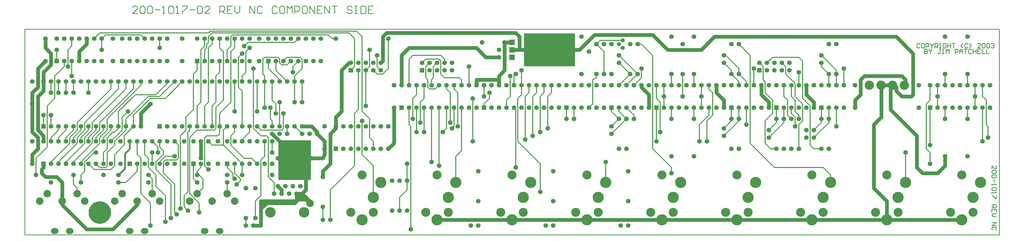
<source format=gtl>
*%FSLAX23Y23*%
*%MOIN*%
G01*
%ADD11C,0.006*%
%ADD12C,0.007*%
%ADD13C,0.008*%
%ADD14C,0.010*%
%ADD15C,0.012*%
%ADD16C,0.020*%
%ADD17C,0.024*%
%ADD18C,0.032*%
%ADD19C,0.036*%
%ADD20C,0.040*%
%ADD21C,0.050*%
%ADD22C,0.052*%
%ADD23C,0.055*%
%ADD24C,0.056*%
%ADD25C,0.059*%
%ADD26C,0.060*%
%ADD27C,0.062*%
%ADD28C,0.066*%
%ADD29C,0.070*%
%ADD30C,0.082*%
%ADD31C,0.090*%
%ADD32C,0.095*%
%ADD33O,0.100X0.080*%
%ADD34C,0.100*%
%ADD35O,0.104X0.084*%
%ADD36C,0.104*%
%ADD37C,0.115*%
%ADD38C,0.120*%
%ADD39C,0.124*%
%ADD40C,0.125*%
%ADD41C,0.128*%
%ADD42C,0.129*%
%ADD43C,0.140*%
%ADD44C,0.144*%
%ADD45C,0.148*%
%ADD46C,0.150*%
%ADD47C,0.154*%
%ADD48C,0.250*%
%ADD49C,0.250*%
%ADD50R,0.062X0.062*%
%ADD51R,0.066X0.066*%
%ADD52R,0.075X0.075*%
%ADD53R,0.079X0.079*%
%ADD54R,0.250X0.250*%
D14*
X15580Y8888D02*
X15590Y8878D01*
X15580Y8888D02*
X15560D01*
X15550Y8878D01*
Y8838D01*
X15560Y8828D01*
X15580D01*
X15590Y8838D01*
X15620Y8888D02*
X15640D01*
X15620D02*
X15610Y8878D01*
Y8838D01*
X15620Y8828D01*
X15640D01*
X15650Y8838D01*
Y8878D01*
X15640Y8888D01*
X15670D02*
Y8828D01*
Y8888D02*
X15700D01*
X15710Y8878D01*
Y8858D01*
X15700Y8848D01*
X15670D01*
X15730Y8878D02*
Y8888D01*
Y8878D02*
X15750Y8858D01*
X15770Y8878D01*
Y8888D01*
X15750Y8858D02*
Y8828D01*
X15790D02*
Y8888D01*
X15820D01*
X15830Y8878D01*
Y8858D01*
X15820Y8848D01*
X15790D01*
X15810D02*
X15830Y8828D01*
X15850Y8888D02*
X15870D01*
X15860D01*
Y8828D01*
X15850D01*
X15870D01*
X15930Y8888D02*
X15940Y8878D01*
X15930Y8888D02*
X15910D01*
X15900Y8878D01*
Y8838D01*
X15910Y8828D01*
X15930D01*
X15940Y8838D01*
Y8858D01*
X15920D01*
X15960Y8888D02*
Y8828D01*
Y8858D01*
X16000D01*
Y8888D01*
Y8828D01*
X16020Y8888D02*
X16060D01*
X16040D01*
Y8828D01*
X16140Y8848D02*
X16160Y8828D01*
X16140Y8848D02*
Y8868D01*
X16160Y8888D01*
X16220D02*
X16230Y8878D01*
X16220Y8888D02*
X16200D01*
X16190Y8878D01*
Y8838D01*
X16200Y8828D01*
X16220D01*
X16230Y8838D01*
X16250Y8828D02*
X16270Y8848D01*
Y8868D01*
X16250Y8888D01*
X16360Y8828D02*
X16400D01*
X16360D02*
X16400Y8868D01*
Y8878D01*
X16390Y8888D01*
X16370D01*
X16360Y8878D01*
X16420D02*
X16430Y8888D01*
X16450D01*
X16460Y8878D01*
Y8838D01*
X16450Y8828D01*
X16430D01*
X16420Y8838D01*
Y8878D01*
X16480D02*
X16490Y8888D01*
X16510D01*
X16520Y8878D01*
Y8838D01*
X16510Y8828D01*
X16490D01*
X16480Y8838D01*
Y8878D01*
X16540D02*
X16550Y8888D01*
X16570D01*
X16580Y8878D01*
Y8868D01*
X16581D01*
X16580D02*
X16581D01*
X16580D02*
X16581D01*
X16580D02*
X16570Y8858D01*
X16560D01*
X16570D01*
X16580Y8848D01*
Y8838D01*
X16570Y8828D01*
X16550D01*
X16540Y8838D01*
X16550Y7253D02*
Y7213D01*
Y7253D02*
X16590Y7213D01*
X16600D01*
X16610Y7223D01*
Y7243D01*
X16600Y7253D01*
Y7193D02*
X16610Y7183D01*
Y7163D01*
X16600Y7153D01*
X16560D01*
X16550Y7163D01*
Y7183D01*
X16560Y7193D01*
X16600D01*
Y7133D02*
X16610Y7123D01*
Y7103D01*
X16600Y7093D01*
X16560D01*
X16550Y7103D01*
Y7123D01*
X16560Y7133D01*
X16600D01*
X16580Y7073D02*
Y7033D01*
X16550Y7013D02*
Y6993D01*
Y7003D01*
X16610D01*
X16611D01*
X16610D02*
X16600Y7013D01*
Y6963D02*
X16610Y6953D01*
Y6933D01*
X16600Y6923D01*
X16560D01*
X16550Y6933D01*
Y6953D01*
X16560Y6963D01*
X16600D01*
X16550Y6903D02*
Y6883D01*
Y6893D01*
X16610D01*
X16611D01*
X16610D02*
X16600Y6903D01*
X16610Y6853D02*
Y6813D01*
X16600D01*
X16560Y6853D01*
X16550D01*
Y6733D02*
X16610D01*
Y6703D01*
X16600Y6693D01*
X16580D01*
X16570Y6703D01*
Y6733D01*
Y6713D02*
X16550Y6693D01*
X16610Y6673D02*
Y6633D01*
Y6673D02*
X16550D01*
Y6633D01*
X16580Y6653D02*
Y6673D01*
X16570Y6613D02*
X16610D01*
X16570D02*
X16550Y6593D01*
X16570Y6573D01*
X16610D01*
Y6493D02*
X16550D01*
Y6453D02*
X16610Y6493D01*
Y6453D02*
X16550D01*
X16600Y6393D02*
X16610Y6403D01*
Y6423D01*
X16600Y6433D01*
X16560D01*
X16550Y6423D01*
Y6403D01*
X16560Y6393D01*
X5152Y9288D02*
X5085D01*
X5152Y9355D01*
Y9371D01*
X5135Y9388D01*
X5102D01*
X5085Y9371D01*
X5185D02*
X5202Y9388D01*
X5235D01*
X5252Y9371D01*
Y9305D01*
X5235Y9288D01*
X5202D01*
X5185Y9305D01*
Y9371D01*
X5285D02*
X5302Y9388D01*
X5335D01*
X5352Y9371D01*
Y9305D01*
X5335Y9288D01*
X5302D01*
X5285Y9305D01*
Y9371D01*
X5385Y9338D02*
X5452D01*
X5485Y9288D02*
X5518D01*
X5502D01*
Y9388D01*
X5503D01*
X5502D02*
X5485Y9371D01*
X5568D02*
X5585Y9388D01*
X5618D01*
X5635Y9371D01*
Y9305D01*
X5618Y9288D01*
X5585D01*
X5568Y9305D01*
Y9371D01*
X5668Y9288D02*
X5701D01*
X5685D01*
Y9388D01*
X5686D01*
X5685D02*
X5668Y9371D01*
X5751Y9388D02*
X5818D01*
Y9371D01*
X5751Y9305D01*
Y9288D01*
X5851Y9338D02*
X5918D01*
X5951Y9371D02*
X5968Y9388D01*
X6001D01*
X6018Y9371D01*
Y9305D01*
X6001Y9288D01*
X5968D01*
X5951Y9305D01*
Y9371D01*
X6051Y9288D02*
X6118D01*
X6051D02*
X6118Y9355D01*
Y9371D01*
X6101Y9388D01*
X6068D01*
X6051Y9371D01*
X6251Y9388D02*
Y9288D01*
Y9388D02*
X6301D01*
X6318Y9371D01*
Y9338D01*
X6301Y9321D01*
X6251D01*
X6285D02*
X6318Y9288D01*
X6351Y9388D02*
X6418D01*
X6351D02*
Y9288D01*
X6418D01*
X6385Y9338D02*
X6351D01*
X6451Y9321D02*
Y9388D01*
Y9321D02*
X6485Y9288D01*
X6518Y9321D01*
Y9388D01*
X6651D02*
Y9288D01*
X6718D02*
X6651Y9388D01*
X6718D02*
Y9288D01*
X6818Y9371D02*
X6801Y9388D01*
X6768D01*
X6751Y9371D01*
Y9305D01*
X6768Y9288D01*
X6801D01*
X6818Y9305D01*
X7001Y9388D02*
X7018Y9371D01*
X7001Y9388D02*
X6968D01*
X6951Y9371D01*
Y9305D01*
X6968Y9288D01*
X7001D01*
X7018Y9305D01*
X7068Y9388D02*
X7101D01*
X7068D02*
X7051Y9371D01*
Y9305D01*
X7068Y9288D01*
X7101D01*
X7118Y9305D01*
Y9371D01*
X7101Y9388D01*
X7151D02*
Y9288D01*
X7184Y9355D02*
X7151Y9388D01*
X7184Y9355D02*
X7218Y9388D01*
Y9288D01*
X7251D02*
Y9388D01*
X7301D01*
X7318Y9371D01*
Y9338D01*
X7301Y9321D01*
X7251D01*
X7368Y9388D02*
X7401D01*
X7368D02*
X7351Y9371D01*
Y9305D01*
X7368Y9288D01*
X7401D01*
X7418Y9305D01*
Y9371D01*
X7401Y9388D01*
X7451D02*
Y9288D01*
X7518D02*
X7451Y9388D01*
X7518D02*
Y9288D01*
X7551Y9388D02*
X7618D01*
X7551D02*
Y9288D01*
X7618D01*
X7584Y9338D02*
X7551D01*
X7651Y9288D02*
Y9388D01*
X7717Y9288D01*
Y9388D01*
X7751D02*
X7817D01*
X7784D01*
Y9288D01*
X8001Y9388D02*
X8017Y9371D01*
X8001Y9388D02*
X7967D01*
X7951Y9371D01*
Y9355D01*
X7967Y9338D01*
X8001D01*
X8017Y9321D01*
Y9305D01*
X8001Y9288D01*
X7967D01*
X7951Y9305D01*
X8051Y9388D02*
X8084D01*
X8067D01*
Y9288D01*
X8051D01*
X8084D01*
X8134D02*
Y9388D01*
Y9288D02*
X8184D01*
X8201Y9305D01*
Y9371D01*
X8184Y9388D01*
X8134D01*
X8234D02*
X8301D01*
X8234D02*
Y9288D01*
X8301D01*
X8267Y9338D02*
X8234D01*
X15650Y8813D02*
Y8753D01*
X15680D01*
X15690Y8763D01*
Y8773D01*
X15680Y8783D01*
X15650D01*
X15651D01*
X15650D02*
X15651D01*
X15650D02*
X15651D01*
X15650D02*
X15680D01*
X15690Y8793D01*
Y8803D01*
X15680Y8813D01*
X15650D01*
X15710D02*
Y8803D01*
X15730Y8783D01*
X15750Y8803D01*
Y8813D01*
X15730Y8783D02*
Y8753D01*
X15850Y8813D02*
X15870D01*
X15860D02*
X15850D01*
X15860D02*
Y8763D01*
X15850Y8753D01*
X15840D01*
X15830Y8763D01*
X15890Y8813D02*
X15910D01*
X15900D01*
Y8753D01*
X15890D01*
X15910D01*
X15940D02*
Y8813D01*
X15960Y8793D01*
X15980Y8813D01*
Y8753D01*
X16060D02*
Y8813D01*
X16090D01*
X16100Y8803D01*
Y8783D01*
X16090Y8773D01*
X16060D01*
X16120Y8753D02*
Y8793D01*
X16140Y8813D01*
X16160Y8793D01*
Y8753D01*
Y8783D01*
X16120D01*
X16180Y8813D02*
X16220D01*
X16200D01*
Y8753D01*
X16270Y8813D02*
X16280Y8803D01*
X16270Y8813D02*
X16250D01*
X16240Y8803D01*
Y8763D01*
X16250Y8753D01*
X16270D01*
X16280Y8763D01*
X16300Y8753D02*
Y8813D01*
Y8783D02*
Y8753D01*
Y8783D02*
X16340D01*
Y8813D01*
Y8753D01*
X16360Y8813D02*
X16400D01*
X16360D02*
Y8753D01*
X16400D01*
X16380Y8783D02*
X16360D01*
X16420Y8813D02*
Y8753D01*
X16460D01*
X16480D02*
Y8813D01*
Y8753D02*
X16520D01*
X16650Y9078D02*
X3650D01*
Y6328D02*
X16650D01*
X3650D02*
Y9078D01*
X16650D02*
Y6328D01*
D15*
X4950Y7728D02*
X4800Y7578D01*
X4850D02*
X5000Y7728D01*
Y7878D02*
X5300Y8178D01*
X5100Y7778D02*
X4975Y7653D01*
X4900Y7978D02*
X5125Y8203D01*
X5200Y8328D02*
X4750Y7878D01*
X5100Y7928D02*
X5325Y8153D01*
X3950Y7503D02*
X3800Y7353D01*
X4450Y7303D02*
X4575Y7428D01*
X5000Y7028D02*
X5150Y7178D01*
X7725Y6928D02*
X8050Y7253D01*
X6400Y8103D02*
X6250Y7953D01*
X4650Y7553D02*
X4400Y7303D01*
X4350Y7828D02*
X4800Y8278D01*
X4250Y7553D02*
X4000Y7303D01*
X5525Y8153D02*
X5750Y8378D01*
X4975Y7528D02*
X4850Y7403D01*
X4650Y7828D02*
X5100Y8278D01*
X4550Y7553D02*
X4300Y7303D01*
X4450Y7828D02*
X4900Y8278D01*
X4350Y7553D02*
X4100Y7303D01*
X5400Y8203D02*
X5550Y8353D01*
X5650Y8378D02*
X5450Y8178D01*
X5000Y8278D02*
X4550Y7828D01*
X4450Y7553D02*
X4200Y7303D01*
X4050Y8453D02*
X4175Y8578D01*
X11475Y7678D02*
X11675Y7878D01*
X12975Y7653D02*
X13175Y7853D01*
X12775Y7928D02*
X12650Y7803D01*
X13575Y7628D02*
X13775Y7828D01*
X14175Y7628D02*
X14375Y7828D01*
X8300Y7253D02*
X8150Y7403D01*
X5975Y6753D02*
X5850Y6878D01*
X7150Y8378D02*
X7000Y8528D01*
X5600Y7003D02*
X5400Y7203D01*
Y6978D02*
X5525Y6853D01*
X7050Y8403D02*
X6900Y8553D01*
X6300Y7528D02*
X6550Y7278D01*
X5325Y6753D02*
X5200Y6878D01*
X5500Y7153D02*
X5650Y7003D01*
X10225Y7578D02*
X10525Y7278D01*
X11825Y8478D02*
X11575Y8728D01*
Y8628D02*
X11725Y8478D01*
X13800D02*
X13925Y8353D01*
X13325Y7553D02*
X13650Y7228D01*
X13325Y8728D02*
X13175Y8878D01*
X13000Y8728D02*
X13175Y8553D01*
X14275Y8728D02*
X14475Y8528D01*
X6575Y7353D02*
X6400Y7528D01*
X12025Y7478D02*
X12275Y7228D01*
X12025Y8728D02*
X11875Y8878D01*
X3800Y7353D02*
Y7128D01*
X3900Y7778D02*
Y7928D01*
X3950Y8053D02*
Y7503D01*
X4000Y7303D02*
Y7278D01*
Y7578D02*
Y7628D01*
Y7778D02*
Y7928D01*
Y8228D02*
Y8378D01*
X4050Y8153D02*
X3950Y8053D01*
X4100Y7728D02*
X4000Y7628D01*
X4100D02*
Y7578D01*
Y7728D02*
Y7778D01*
Y7303D02*
Y7278D01*
Y8228D02*
Y8378D01*
X4050Y8453D02*
Y8153D01*
X4075Y8653D02*
Y8803D01*
X4200Y7778D02*
Y7728D01*
Y7303D02*
Y7278D01*
Y8228D02*
Y8378D01*
Y7628D02*
Y7578D01*
X4175Y8578D02*
Y8653D01*
X4200Y7728D02*
X4100Y7628D01*
X4200D02*
X4300Y7728D01*
X4900Y7028D02*
X5000D01*
X4350Y7728D02*
Y7828D01*
X4250Y7628D02*
Y7553D01*
X4300Y7303D02*
Y7278D01*
X4350Y7553D02*
Y7628D01*
X4300Y7728D02*
Y7778D01*
Y7628D02*
Y7578D01*
Y8228D02*
Y8378D01*
X4275Y8453D02*
Y8653D01*
X4225Y8578D02*
Y8803D01*
X4275Y8853D02*
Y8953D01*
X4400Y7128D02*
Y7028D01*
Y7278D02*
Y7303D01*
Y7578D02*
Y7628D01*
Y7728D02*
Y7778D01*
X4350Y6953D02*
Y6878D01*
X4300Y7003D02*
Y7128D01*
X4250Y7628D02*
X4350Y7728D01*
Y7628D02*
X4450Y7728D01*
X4400D02*
X4300Y7628D01*
X4225Y8803D02*
X4275Y8853D01*
X4450Y7178D02*
X4400Y7128D01*
Y7628D02*
X4500Y7728D01*
X4300Y7003D02*
X4350Y6953D01*
X4575Y7203D02*
X4800D01*
X4725Y7228D02*
X4650D01*
X5950Y7128D02*
X5975D01*
X13650Y7228D02*
X14300D01*
X4450Y7178D02*
Y7303D01*
X4550Y7553D02*
Y7628D01*
X4450Y7728D02*
Y7828D01*
X4550D02*
Y7728D01*
X4450Y7628D02*
Y7553D01*
X4500Y7578D02*
Y7628D01*
Y7728D02*
Y7778D01*
Y8228D02*
Y8378D01*
X4600Y7628D02*
Y7578D01*
Y7728D02*
Y7778D01*
X4650Y7728D02*
X4550Y7628D01*
X4450D02*
X4550Y7728D01*
X4600D02*
X4500Y7628D01*
X4575Y8953D02*
X4650Y9028D01*
X4700Y7728D02*
X4600Y7628D01*
X4500Y7278D02*
X4575Y7203D01*
X4600Y7278D02*
X4650Y7228D01*
X5550Y7378D02*
X5650D01*
X14175Y7478D02*
X14275D01*
X13675D02*
X13600D01*
X4600Y7428D02*
X4575D01*
X5525Y7328D02*
X5675D01*
X5550Y7378D02*
X5525D01*
X6575Y7353D02*
X6675D01*
X4750Y7728D02*
Y7878D01*
X4650Y7628D02*
Y7553D01*
X4700Y7728D02*
Y7778D01*
X4650Y7728D02*
Y7828D01*
X4700Y7428D02*
Y7278D01*
X4750Y7478D02*
Y7628D01*
Y7428D02*
Y7253D01*
X4700Y7578D02*
Y7628D01*
X4675Y8803D02*
Y8953D01*
X4800Y8378D02*
Y8278D01*
Y7778D02*
Y7728D01*
X4750D02*
X4650Y7628D01*
X4750Y7478D02*
X4700Y7428D01*
X4750Y7628D02*
X4825Y7703D01*
X4850Y7528D02*
X4750Y7428D01*
Y7253D02*
X4725Y7228D01*
X4700Y7628D02*
X4800Y7728D01*
X4675Y8953D02*
X4725Y9003D01*
X4850Y7253D02*
X4800Y7203D01*
X6150Y7528D02*
X6300D01*
X6225Y7653D02*
X6075D01*
X6800D02*
X6875D01*
X4950Y7728D02*
Y7903D01*
X4900Y7778D02*
Y7753D01*
X4850Y7578D02*
Y7528D01*
X4975D02*
Y7653D01*
X4900Y7778D02*
Y7978D01*
X4850Y7403D02*
Y7253D01*
X4900Y8278D02*
Y8378D01*
X5025Y7978D02*
X4950Y7903D01*
X4900Y7753D02*
X4850Y7703D01*
X4825D01*
X5950Y7728D02*
X6175D01*
X6800D02*
X7075D01*
X5000D02*
Y7778D01*
Y7878D01*
X5100Y7928D02*
Y7778D01*
Y8278D02*
Y8378D01*
X5000D02*
Y8278D01*
X5150Y7278D02*
Y7178D01*
Y7403D02*
Y7578D01*
Y7403D02*
X5200Y7353D01*
Y8328D02*
Y8378D01*
X5250Y7578D02*
Y7403D01*
X5300Y7353D02*
Y7228D01*
X5325Y6753D02*
Y6453D01*
X5200Y6878D02*
Y7353D01*
X5350Y7278D02*
Y7428D01*
Y7078D02*
Y6878D01*
X5400Y7128D02*
X5300Y7228D01*
Y7353D02*
X5250Y7403D01*
X5300Y7128D02*
X5350Y7078D01*
X5250Y8953D02*
X5200Y9003D01*
X5350Y7578D02*
X5425Y7503D01*
X5450Y8178D02*
X5300D01*
X5325Y8203D02*
X5125D01*
X5325Y8153D02*
X5525D01*
X5400Y8203D02*
X5325D01*
X5450Y7578D02*
Y7503D01*
X5400Y7303D02*
Y7203D01*
X5500Y7403D02*
Y7453D01*
X5425Y7428D02*
Y7503D01*
X5400Y7128D02*
Y6978D01*
X5525Y6853D02*
Y6503D01*
X5500Y7153D02*
Y7303D01*
X5450D02*
Y7278D01*
Y8828D02*
Y8953D01*
X5550Y8378D02*
Y8353D01*
X5500Y7403D02*
X5400Y7303D01*
X5500D02*
X5525Y7328D01*
Y7378D02*
X5450Y7303D01*
X5500Y7453D02*
X5450Y7503D01*
X9050Y8278D02*
X9125D01*
X9250Y8428D02*
X9450D01*
X5775Y6853D02*
Y6828D01*
Y6703D01*
X5725Y6678D02*
Y7653D01*
X5700Y7528D02*
Y7353D01*
X5600Y7003D02*
Y6553D01*
X5650Y6628D02*
Y7003D01*
X5775Y6853D02*
X5825Y6903D01*
X5725Y7653D02*
X5800Y7728D01*
X5700Y7353D02*
X5675Y7328D01*
X5775Y6703D02*
X5825Y6653D01*
X5700Y7528D02*
X5650Y7578D01*
Y6628D02*
X5675Y6603D01*
X7075Y8603D02*
X7150D01*
X8350Y8478D02*
X8425D01*
X5850Y7628D02*
Y6878D01*
X5825Y6903D02*
Y7703D01*
X5850Y7728D02*
Y7778D01*
X5800Y7728D02*
Y7903D01*
X5900Y7278D02*
Y7078D01*
Y8003D02*
Y8478D01*
X5950Y8053D02*
Y7778D01*
Y7178D02*
Y7128D01*
Y8528D02*
Y8653D01*
X5975Y6753D02*
Y6628D01*
X5850Y7628D02*
X5950Y7728D01*
X5850D02*
X5825Y7703D01*
X5900Y8478D02*
X5950Y8528D01*
X5900Y8003D02*
X5800Y7903D01*
X5950Y8053D02*
X6000Y8103D01*
X6025Y6953D02*
X5950Y6878D01*
Y7178D02*
X6000Y7228D01*
X5900Y7078D02*
X5950Y7028D01*
X6025Y7078D02*
X5975Y7128D01*
X13625Y8703D02*
X13975D01*
X7325D02*
X7150D01*
X7025D02*
X6850D01*
X12975Y8728D02*
X13000D01*
X9200D02*
X8825D01*
X9000Y8678D02*
X9175D01*
X6050Y7628D02*
Y7253D01*
X6100Y8903D02*
Y8978D01*
X6000Y8803D02*
Y8103D01*
X6050Y8853D02*
Y8953D01*
Y8053D02*
Y7778D01*
X6100Y8103D02*
Y8828D01*
X6075D02*
Y8878D01*
X6050Y8803D02*
Y8653D01*
X6025Y7078D02*
Y6953D01*
X6000Y7228D02*
Y7278D01*
X6150Y7778D02*
Y8053D01*
Y8878D02*
Y8953D01*
X6075Y7653D02*
X6050Y7628D01*
X6100Y9028D02*
X6125Y9053D01*
X6150Y9028D02*
X6100Y8978D01*
X6050Y8853D02*
X6000Y8803D01*
X6100Y8103D02*
X6050Y8053D01*
X6100Y8828D02*
X6150Y8878D01*
X6075Y8828D02*
X6050Y8803D01*
X6075Y8878D02*
X6100Y8903D01*
X6200Y8103D02*
X6150Y8053D01*
X6100Y7578D02*
X6150Y7528D01*
X6050Y7253D02*
X6100Y7203D01*
Y9028D02*
X4650D01*
X6150D02*
X7975D01*
X7700Y9003D02*
X6425D01*
X6625Y8903D02*
X7250D01*
X7750Y8953D02*
X7800D01*
X5200Y9003D02*
X4725D01*
X11325Y8928D02*
X11625D01*
X11825Y8878D02*
X11875D01*
X6250Y7778D02*
Y7678D01*
X6200Y7753D02*
Y8028D01*
X6300Y8128D02*
Y8778D01*
X6250Y7953D02*
Y7778D01*
X6200Y8103D02*
Y8453D01*
X6250Y8503D02*
Y8653D01*
Y8828D02*
Y8953D01*
X6300Y7728D02*
Y7528D01*
X6350Y7278D02*
Y7228D01*
Y8653D02*
Y8803D01*
Y7028D02*
Y6878D01*
X6225Y7653D02*
X6250Y7678D01*
X6175Y7728D02*
X6200Y7753D01*
Y8028D02*
X6300Y8128D01*
X6275Y7978D02*
X6250Y7953D01*
X6200Y8453D02*
X6250Y8503D01*
X6350Y7778D02*
X6300Y7728D01*
X6350Y8803D02*
X6400Y8853D01*
X6300Y8778D02*
X6250Y8828D01*
X6350Y7228D02*
X6425Y7153D01*
X6125Y9053D02*
X8075D01*
X6400Y8978D02*
Y8853D01*
X6500Y8703D02*
Y8303D01*
X6450Y8828D02*
Y8953D01*
X6425Y7153D02*
Y7103D01*
X6450Y7153D02*
Y7278D01*
X6400Y8103D02*
Y8778D01*
Y7653D02*
Y7528D01*
X6450Y7703D02*
Y7778D01*
Y7978D02*
Y8378D01*
X6550Y8253D02*
Y7778D01*
X6525Y7078D02*
Y7053D01*
X6550Y7128D02*
Y7278D01*
Y7578D02*
Y7603D01*
Y8378D02*
Y8453D01*
X6400Y8978D02*
X6425Y9003D01*
X6550Y8753D02*
X6500Y8703D01*
X6525Y7053D02*
X6475Y7003D01*
X6400Y8778D02*
X6450Y8828D01*
Y7703D02*
X6400Y7653D01*
X6550Y7603D02*
X6650Y7703D01*
X6550Y8453D02*
X6600Y8503D01*
X6500Y8303D02*
X6550Y8253D01*
X6425Y7103D02*
X6450Y7078D01*
X6500Y7103D02*
X6450Y7153D01*
X6500Y7103D02*
X6525Y7078D01*
X6600Y8503D02*
Y8778D01*
Y6553D02*
Y6453D01*
X6650Y7703D02*
Y7778D01*
X6750Y7978D02*
Y8378D01*
X6725Y6778D02*
Y6553D01*
X6700Y7753D02*
Y8553D01*
X6575Y8853D02*
X6625Y8903D01*
X6650Y8828D02*
X6600Y8778D01*
X6800Y6853D02*
X6725Y6778D01*
X6800Y7728D02*
X6750Y7778D01*
X6675Y7353D02*
X6750Y7278D01*
X6800Y7653D02*
X6700Y7753D01*
X6850Y8378D02*
Y8453D01*
X6825Y8478D02*
Y8503D01*
Y8678D01*
X6900Y8653D02*
Y8553D01*
X6850Y8378D02*
Y8028D01*
X6950Y7578D02*
Y7428D01*
Y8128D02*
Y8378D01*
Y7853D02*
Y7778D01*
X6925Y7878D02*
Y8028D01*
X6900Y7628D02*
Y7303D01*
X6850Y7378D02*
Y7578D01*
X6800Y7328D02*
Y6853D01*
X6900Y7103D02*
Y7303D01*
X6825Y8678D02*
X6850Y8703D01*
Y7378D02*
X6800Y7328D01*
X6850Y8453D02*
X6825Y8478D01*
X6950Y8128D02*
X7000Y8078D01*
X6925Y7878D02*
X6950Y7853D01*
X6875Y7653D02*
X6900Y7628D01*
Y7103D02*
X6975Y7028D01*
X7000Y8528D02*
Y8653D01*
X7050Y8103D02*
Y7778D01*
Y8628D02*
Y8678D01*
Y8403D02*
Y8378D01*
X7100Y7878D02*
Y7753D01*
X7000Y7953D02*
Y8078D01*
X7100Y7953D02*
Y7878D01*
X7150Y7778D02*
Y7678D01*
X6975Y7028D02*
Y6878D01*
X7100Y8653D02*
X7150Y8703D01*
X7100Y7753D02*
X7075Y7728D01*
X7150Y8603D02*
X7200Y8653D01*
X7050Y8678D02*
X7025Y8703D01*
X7050Y8628D02*
X7075Y8603D01*
X7250Y8453D02*
Y8378D01*
X7225Y8503D02*
Y8578D01*
X7250Y8378D02*
Y8103D01*
Y8903D02*
X7300Y8953D01*
X7350Y8553D02*
X7250Y8453D01*
X7225Y8578D02*
X7300Y8653D01*
X7250Y7778D02*
X7350Y7678D01*
Y8678D02*
X7325Y8703D01*
X7350Y8678D02*
Y8553D01*
Y8378D02*
Y8103D01*
X7625Y6703D02*
Y6528D01*
X7725D02*
Y6928D01*
X7750Y8953D02*
X7700Y9003D01*
X8050Y7953D02*
Y7253D01*
Y8578D02*
Y8953D01*
X8100Y8528D02*
Y8003D01*
X8050Y7953D01*
X8000Y8528D02*
X8050Y8578D01*
X8150Y8978D02*
X8075Y9053D01*
X7975Y9028D02*
X8050Y8953D01*
X8300Y7253D02*
Y6828D01*
X8250Y7628D02*
Y7878D01*
X8150Y7978D02*
Y8978D01*
X8200Y8528D02*
Y8053D01*
X8250Y8578D02*
Y8803D01*
X8150Y7853D02*
Y7403D01*
X8300Y7478D02*
Y7578D01*
X8200Y8528D02*
X8250Y8578D01*
Y7628D02*
X8300Y7578D01*
X8250Y7878D02*
X8150Y7978D01*
X8350Y8478D02*
X8300Y8528D01*
X8350Y8578D02*
Y8653D01*
Y8728D01*
X8500Y8553D02*
Y8953D01*
Y8553D02*
X8425Y8478D01*
X8400Y8528D02*
X8350Y8578D01*
X8650Y6828D02*
Y6653D01*
Y6828D02*
X8750Y6928D01*
X8775Y7803D02*
Y8028D01*
X8800Y7778D02*
Y6403D01*
X8750Y6928D02*
Y7053D01*
Y7278D01*
X8875Y8203D02*
Y8328D01*
Y8028D02*
Y7703D01*
X8825Y7878D02*
Y8153D01*
X8775Y8328D02*
Y8678D01*
X8875Y8203D02*
X8825Y8153D01*
X8775Y8678D02*
X8825Y8728D01*
X8775Y7803D02*
X8800Y7778D01*
X8975Y7703D02*
Y8028D01*
Y8153D02*
Y8328D01*
X9075Y8028D02*
Y7303D01*
X9100Y8428D02*
Y8553D01*
Y8578D01*
X9075Y8403D02*
Y8328D01*
X9025Y8303D02*
Y8403D01*
X9000Y8428D02*
Y8578D01*
X8925Y8103D02*
Y7828D01*
Y8103D02*
X8975Y8153D01*
X9075Y8403D02*
X9100Y8428D01*
Y8578D02*
X9150Y8628D01*
X9050D02*
X9000Y8578D01*
X8950Y8628D02*
X9000Y8678D01*
X9025Y8303D02*
X9050Y8278D01*
X9025Y8403D02*
X9000Y8428D01*
X9275Y8328D02*
Y8278D01*
Y8028D02*
Y7753D01*
X9175Y8028D02*
Y7253D01*
X9250Y8628D02*
Y8678D01*
X9200Y8653D02*
Y8478D01*
X9275Y7753D02*
X9225Y7703D01*
X9125Y8278D02*
X9175Y8328D01*
X9275Y8278D02*
X9325Y8228D01*
X9250Y8678D02*
X9200Y8728D01*
Y8478D02*
X9250Y8428D01*
X9200Y8653D02*
X9175Y8678D01*
X9400Y7378D02*
Y7028D01*
X9475Y7453D02*
Y8028D01*
X9375Y8278D02*
Y8328D01*
X9325Y8228D02*
Y7828D01*
X9425Y7778D02*
Y8228D01*
X9375Y8028D02*
Y7778D01*
X9475Y8328D02*
Y8403D01*
Y7453D02*
X9400Y7378D01*
X9350Y7753D02*
X9375Y7778D01*
X9425Y8228D02*
X9375Y8278D01*
X9475Y8403D02*
X9450Y8428D01*
X9575Y8328D02*
Y8578D01*
X9625Y8153D02*
Y7578D01*
X9850Y8153D02*
Y8228D01*
X9775Y8078D02*
Y8028D01*
Y8178D02*
Y8328D01*
X9850Y8153D02*
X9775Y8078D01*
X10075Y8028D02*
Y8128D01*
X10125Y8178D01*
X10200Y8003D02*
Y7228D01*
X10225Y7578D02*
Y8153D01*
X10125Y8178D02*
Y8453D01*
X10175D02*
Y8328D01*
X10275D02*
Y8203D01*
Y8328D02*
Y8528D01*
Y8203D02*
X10225Y8153D01*
X10175Y8453D02*
X10200Y8478D01*
X10175Y8028D02*
X10200Y8003D01*
X10425Y8178D02*
Y7653D01*
X10475Y8228D02*
Y8328D01*
X10375D02*
Y8228D01*
X10325Y8178D02*
Y7603D01*
X10425Y8178D02*
X10475Y8228D01*
X10375D02*
X10325Y8178D01*
X10625D02*
Y7753D01*
X10575Y8228D02*
Y8328D01*
X10525Y8178D02*
Y7703D01*
Y7278D02*
Y6903D01*
X10625Y8178D02*
X10675Y8228D01*
X10575D02*
X10525Y8178D01*
X10675Y8228D02*
Y8328D01*
X10975Y8028D02*
Y7878D01*
X10875D02*
Y8028D01*
X11225Y8078D02*
Y8403D01*
Y8078D02*
X11175Y8028D01*
X11225Y8403D02*
X11275Y8428D01*
X11400Y7303D02*
Y7028D01*
X11375Y8478D02*
Y8778D01*
X11275Y8478D02*
Y8428D01*
Y8878D02*
X11325Y8928D01*
X11275Y8878D02*
X11375Y8778D01*
X11475Y8028D02*
Y7978D01*
X11575D02*
Y8028D01*
Y8328D02*
X11675Y8428D01*
X11575Y7878D02*
X11475Y7778D01*
X11575Y7878D02*
X11475Y7978D01*
X11575D02*
X11675Y7878D01*
X11775D02*
Y7928D01*
X11675Y8428D02*
X11725Y8478D01*
X11750Y8403D02*
X11825Y8478D01*
X11750Y8403D02*
X11675Y8328D01*
X11775D02*
X11875Y8428D01*
X11675Y8028D02*
X11775Y7928D01*
X11875Y8428D02*
Y8553D01*
X12025Y8728D02*
Y7478D01*
X12175Y8028D02*
Y8178D01*
X12075Y8028D02*
Y7578D01*
X12125Y7703D02*
Y8103D01*
X12075Y8153D02*
Y8328D01*
X12175D02*
Y8028D01*
X12125Y8103D02*
X12075Y8153D01*
X12275Y8028D02*
Y7878D01*
Y8328D02*
Y8478D01*
Y7228D02*
Y7153D01*
X12425Y8178D02*
Y8478D01*
X12575D02*
Y8328D01*
Y8028D02*
Y7878D01*
X12675Y8028D02*
Y8328D01*
Y8178D02*
Y8028D01*
X12775Y8278D02*
Y8328D01*
X12825Y8228D02*
Y7928D01*
X12775D02*
Y8028D01*
X12650Y7803D02*
Y7578D01*
X12750D02*
Y7853D01*
X12825Y7928D01*
Y8228D02*
X12775Y8278D01*
X13075Y7853D02*
X12975Y7753D01*
X13075Y8528D02*
X12975Y8628D01*
X13075Y8028D02*
Y7928D01*
X13175D02*
Y8028D01*
Y8328D02*
Y8378D01*
Y8478D02*
Y8553D01*
X13075Y8528D02*
Y8478D01*
Y7928D02*
Y7853D01*
X13175D02*
Y7928D01*
X13275Y8378D02*
X13175Y8478D01*
X13075D02*
X13175Y8378D01*
X13275Y8028D02*
Y7803D01*
X13375Y8328D02*
Y8553D01*
X13275Y8378D02*
Y8328D01*
X13325Y8728D02*
Y7553D01*
X13525D02*
Y7853D01*
Y8228D02*
Y8378D01*
X13500Y8403D02*
Y8578D01*
X13550Y8628D02*
X13625Y8703D01*
Y7953D02*
X13525Y7853D01*
X13575Y7728D02*
X13675Y7828D01*
X13500Y8578D02*
X13450Y8628D01*
X13525Y7553D02*
X13600Y7478D01*
X13625Y8128D02*
X13525Y8228D01*
Y8378D02*
X13500Y8403D01*
X13625Y8128D02*
Y7953D01*
X13800Y8478D02*
Y8553D01*
Y8578D01*
X13775Y8028D02*
Y7878D01*
X13675D02*
Y8028D01*
X13775Y8178D02*
Y8328D01*
Y7878D02*
Y7828D01*
X13675D02*
Y7878D01*
X13800Y8578D02*
X13750Y8628D01*
X13775Y8178D02*
X13825Y8128D01*
X13975Y7803D02*
Y7478D01*
X13825Y7928D02*
Y8128D01*
X13925Y8178D02*
Y8353D01*
X13875Y8328D02*
Y8178D01*
X13975Y8328D02*
Y8503D01*
X13925Y7903D02*
Y7778D01*
X13875Y7953D02*
Y8028D01*
X13975Y7928D02*
Y7878D01*
X13925Y7978D02*
Y8128D01*
X14025Y7853D02*
X13975Y7803D01*
X14025Y8653D02*
X13975Y8703D01*
X13925Y8178D02*
X14025Y8078D01*
X13825Y7928D02*
X13875Y7878D01*
X13925Y8128D02*
X13875Y8178D01*
Y7953D02*
X13925Y7903D01*
X13975Y7928D02*
X13925Y7978D01*
X14125Y8053D02*
Y7528D01*
X14025Y8153D02*
Y8653D01*
Y8078D02*
Y7853D01*
X14175Y7728D02*
X14275Y7828D01*
X14125Y7528D02*
X14175Y7478D01*
X14125Y8053D02*
X14025Y8153D01*
X14375Y8028D02*
Y7878D01*
X14275D02*
Y8028D01*
X14375Y8328D02*
Y8478D01*
X14275Y7878D02*
Y7828D01*
X14375D02*
Y7878D01*
X14275Y8578D02*
Y8628D01*
X14300Y7228D02*
X14400Y7128D01*
X14375Y8478D02*
X14275Y8578D01*
X14400Y7128D02*
Y7028D01*
X14475Y8328D02*
Y8478D01*
X14575Y8553D02*
Y8328D01*
X14475Y8028D02*
Y7778D01*
Y8478D02*
Y8528D01*
X15400Y7428D02*
Y7028D01*
X15725Y7528D02*
Y8028D01*
Y7428D02*
Y7278D01*
X15675Y7478D02*
Y8078D01*
X15725Y8128D02*
Y8328D01*
Y8128D02*
X15675Y8078D01*
Y7478D02*
X15725Y7428D01*
X15825Y8178D02*
Y8328D01*
Y8178D02*
Y8028D01*
X15925Y8328D02*
Y8478D01*
Y8028D02*
Y7878D01*
X16325Y8178D02*
Y8328D01*
Y8178D02*
Y8028D01*
X16225D02*
Y7878D01*
Y8328D02*
Y8478D01*
X16425Y8028D02*
Y7578D01*
X16500Y7628D02*
Y7778D01*
X16475Y7803D02*
Y8128D01*
X16425Y8178D02*
Y8328D01*
X16475Y7803D02*
X16500Y7778D01*
X16475Y8128D02*
X16425Y8178D01*
D17*
X4985Y7213D02*
X4900Y7128D01*
X4985Y7413D02*
X5050Y7478D01*
X4985Y7413D02*
Y7213D01*
X5050Y7478D02*
Y7578D01*
D21*
X8675Y8728D02*
X8775Y8828D01*
X15200Y8303D02*
X15225Y8328D01*
X15475Y8178D02*
X15500Y8203D01*
X12850Y8978D02*
X12675Y8803D01*
X11250Y9003D02*
X11050Y8803D01*
X10050Y8528D02*
X9975Y8453D01*
X3900Y7228D02*
X3875Y7203D01*
X7875Y8528D02*
X7975Y8628D01*
X7875Y7978D02*
X7800Y7903D01*
X4000Y8603D02*
X3900Y8503D01*
Y8253D02*
X3825Y8178D01*
X5200Y7953D02*
X5325Y8078D01*
X3825Y7478D02*
X3750Y7403D01*
X3825Y8553D02*
X3925Y8653D01*
X3825Y8303D02*
X3750Y8228D01*
X4375Y8778D02*
X4475Y8878D01*
X7625Y7178D02*
X7725Y7278D01*
Y7678D02*
X7775Y7728D01*
X7800Y7753D01*
X8500Y7478D02*
X8575Y7553D01*
X14975Y7803D02*
X15075Y7903D01*
X14775Y8178D02*
X14725Y8128D01*
X14775Y8178D02*
X14800Y8203D01*
Y8403D02*
X14850Y8453D01*
X15925Y7253D02*
X15825Y7153D01*
X8425Y8653D02*
X8400Y8628D01*
X8425Y8978D02*
X8475Y9028D01*
X7400Y6928D02*
X7350Y6878D01*
X7300Y6803D02*
X7250Y6753D01*
X6875D02*
X6800Y6678D01*
Y6728D02*
X6825Y6753D01*
X5150Y6728D02*
X4825Y6403D01*
X9675Y8828D02*
X9800Y8703D01*
X15200Y8003D02*
X15550Y7653D01*
X15275Y8303D02*
X15250Y8328D01*
X15275Y8253D02*
X15350Y8178D01*
X15500Y8753D02*
X15275Y8978D01*
X12225Y8803D02*
X12025Y9003D01*
X3900Y7128D02*
X3875Y7153D01*
X3900Y7128D02*
X3925Y7103D01*
X4000Y8753D02*
X3925Y8828D01*
X3825Y7728D02*
X3900Y7653D01*
X3825Y7628D02*
X3750Y7703D01*
X7475Y7778D02*
X7550Y7703D01*
Y7678D02*
X7650Y7578D01*
X7075Y7553D02*
X6950Y7678D01*
X12875Y8228D02*
X12975Y8128D01*
X13475Y8203D02*
X13575Y8103D01*
X14075Y8203D02*
X14175Y8103D01*
X14975Y6953D02*
X15150Y6778D01*
X15400Y8403D02*
X15350Y8453D01*
X15550Y7228D02*
X15625Y7153D01*
X10250Y8978D02*
X10200Y9028D01*
X7075Y6928D02*
X7025Y6978D01*
X7350Y6878D02*
X7450Y6778D01*
Y6753D02*
X7400Y6803D01*
X4150Y7028D02*
X4075Y7103D01*
X4150Y6728D02*
X4475Y6403D01*
X11875Y8303D02*
X11975Y8203D01*
X7650Y7403D02*
X7625Y7353D01*
X6800Y6453D02*
X6700D01*
X4825Y6403D02*
X4475D01*
X3750Y7278D02*
Y7403D01*
Y7703D02*
Y8078D01*
Y8228D01*
X15150Y6528D02*
X16150D01*
X15150D02*
X14150D01*
X13150D01*
X12150D01*
X11150D01*
X10150D01*
X9150D01*
X3900Y7228D02*
Y7278D01*
X3875Y7203D02*
Y7153D01*
X3900Y8378D02*
Y8503D01*
Y8378D02*
Y8253D01*
X3925Y8828D02*
Y8953D01*
X3900Y7653D02*
Y7578D01*
X3825Y7728D02*
Y8178D01*
Y7628D02*
Y7478D01*
Y8303D02*
Y8553D01*
X4000Y8603D02*
Y8753D01*
X7275Y6828D02*
X7375D01*
X7350Y6878D02*
X7275D01*
Y6853D02*
X7350D01*
X7300Y6803D02*
X7400D01*
X7250Y6753D02*
X6850D01*
X6800Y6778D02*
X7275D01*
X4150D02*
Y7028D01*
Y6778D02*
Y6728D01*
X4375Y8653D02*
Y8778D01*
X4075Y7103D02*
X3925D01*
X15625Y7153D02*
X15825D01*
X4475Y8878D02*
Y8953D01*
X7475Y7353D02*
X7625D01*
X7475Y7778D02*
X7350D01*
X5150Y6778D02*
Y6728D01*
X5200Y7778D02*
Y7953D01*
X15350Y8178D02*
X15475D01*
X15225Y8328D02*
X15075D01*
X9975Y8403D02*
X9675D01*
X14850Y8453D02*
X15350D01*
X8000Y8628D02*
X7975D01*
X9800Y8703D02*
X9975D01*
X9675Y8828D02*
X8775D01*
X12225Y8803D02*
X12675D01*
X11050D02*
X10875D01*
X10350D02*
X10150D01*
X6000Y7578D02*
Y7353D01*
X12850Y8978D02*
X15275D01*
X12025Y9003D02*
X11250D01*
X10150Y8903D02*
X10050D01*
X10200Y9028D02*
X8475D01*
X6800Y6778D02*
Y6453D01*
X7075Y6878D02*
Y6928D01*
X7275Y6878D02*
Y6778D01*
X7450D02*
Y6753D01*
X7400Y6928D02*
Y7128D01*
X7550Y7678D02*
Y7703D01*
X7625Y7178D02*
Y7103D01*
X7650Y7403D02*
Y7478D01*
Y7578D01*
X7725Y7678D02*
Y7278D01*
X7800Y7778D02*
Y7903D01*
X7875Y7978D02*
Y8528D01*
X7800Y7778D02*
Y7753D01*
X8425Y8653D02*
Y8978D01*
X8675Y8728D02*
Y8328D01*
X8575Y8028D02*
Y7553D01*
X9675Y8328D02*
Y8403D01*
X10050Y8528D02*
Y8903D01*
X9975Y8453D02*
Y8403D01*
Y8328D01*
X10250Y8803D02*
Y8978D01*
X11975Y8203D02*
Y8028D01*
X11875Y8303D02*
Y8328D01*
X12875D02*
Y8228D01*
X12975Y8128D02*
Y8028D01*
X13475Y8203D02*
Y8328D01*
X13575Y8103D02*
Y8028D01*
X14075Y8203D02*
Y8328D01*
X14175Y8103D02*
Y8028D01*
X14725D02*
Y8128D01*
X14975Y7803D02*
Y6953D01*
X14800Y8203D02*
Y8403D01*
X15150Y6778D02*
Y6528D01*
X15075Y7903D02*
Y8328D01*
X15200Y8303D02*
Y8003D01*
X15275Y8253D02*
Y8303D01*
X15500Y8203D02*
Y8753D01*
X15400Y8403D02*
Y8328D01*
X15550Y7653D02*
Y7228D01*
X15925Y7253D02*
Y7378D01*
D23*
X11625Y8828D02*
D03*
X11575Y8878D02*
D03*
X11625Y8928D02*
D03*
D27*
X16425Y7578D02*
D03*
X16500Y7628D02*
D03*
X16325Y8178D02*
D03*
X15825D02*
D03*
X15725Y7528D02*
D03*
Y7278D02*
D03*
X15400Y7428D02*
D03*
X14575Y8553D02*
D03*
X14475Y7778D02*
D03*
X13975Y8503D02*
D03*
X13925Y7778D02*
D03*
X13375Y8553D02*
D03*
X13275Y7803D02*
D03*
X12675Y8178D02*
D03*
X12650Y7578D02*
D03*
X12750D02*
D03*
X12275Y7153D02*
D03*
X12425Y8178D02*
D03*
X12175D02*
D03*
X12075Y7578D02*
D03*
X12125Y7703D02*
D03*
X11875Y8553D02*
D03*
X11775Y7878D02*
D03*
X11400Y7303D02*
D03*
X10525Y6903D02*
D03*
X10625Y7753D02*
D03*
X10525Y7703D02*
D03*
X10425Y7653D02*
D03*
X10325Y7603D02*
D03*
X10125Y8453D02*
D03*
X10200Y8478D02*
D03*
X10275Y8528D02*
D03*
X10200Y7228D02*
D03*
X9850Y8228D02*
D03*
X9775Y8178D02*
D03*
X9575Y8578D02*
D03*
X9625Y8153D02*
D03*
Y7578D02*
D03*
X9325Y7828D02*
D03*
X9425Y7778D02*
D03*
X9350Y7753D02*
D03*
X9225Y7703D02*
D03*
X9175Y7253D02*
D03*
X8975Y7703D02*
D03*
X9075Y7303D02*
D03*
X8925Y7828D02*
D03*
X8750Y7278D02*
D03*
X8875Y7703D02*
D03*
X8825Y7878D02*
D03*
X8800Y6403D02*
D03*
X8350Y8728D02*
D03*
X8500Y8953D02*
D03*
X8250Y8803D02*
D03*
X8150Y7853D02*
D03*
X8200Y8053D02*
D03*
X7800Y8953D02*
D03*
X7350Y8103D02*
D03*
X7225Y8503D02*
D03*
X7250Y8103D02*
D03*
X7100Y7953D02*
D03*
X7000D02*
D03*
X7050Y8103D02*
D03*
X6850Y8028D02*
D03*
X6925D02*
D03*
X6950Y7428D02*
D03*
X6700Y8553D02*
D03*
X6650Y8828D02*
D03*
X6575Y8853D02*
D03*
X6750Y7978D02*
D03*
X6550Y8753D02*
D03*
X6450Y7978D02*
D03*
X6475Y7003D02*
D03*
X6450Y7078D02*
D03*
X6100Y7203D02*
D03*
X6000Y7353D02*
D03*
X5825Y6653D02*
D03*
X5975Y6628D02*
D03*
X5650Y7378D02*
D03*
X5725Y6678D02*
D03*
X5600Y6553D02*
D03*
X5675Y6603D02*
D03*
X5450Y8828D02*
D03*
X5425Y7428D02*
D03*
X5525Y6503D02*
D03*
X5350Y7428D02*
D03*
X5325Y6453D02*
D03*
X5025Y7978D02*
D03*
X4675Y8803D02*
D03*
X4500Y8228D02*
D03*
X4600Y7428D02*
D03*
X4225Y8578D02*
D03*
X4275Y8453D02*
D03*
X4300Y8228D02*
D03*
X4075Y8803D02*
D03*
X4100Y8228D02*
D03*
X4200D02*
D03*
X3900Y7928D02*
D03*
X4000Y8228D02*
D03*
Y7928D02*
D03*
X3800Y7128D02*
D03*
X15925Y8478D02*
D03*
Y8978D02*
D03*
X16225Y8478D02*
D03*
Y8978D02*
D03*
X15575Y8328D02*
D03*
Y8028D02*
D03*
X15825D02*
D03*
X16125D02*
D03*
X16225D02*
D03*
X16325D02*
D03*
X16425D02*
D03*
Y8328D02*
D03*
X16325D02*
D03*
X16225D02*
D03*
X16125D02*
D03*
X16025D02*
D03*
X15925D02*
D03*
X15825D02*
D03*
X15725D02*
D03*
X15925Y8028D02*
D03*
X16025D02*
D03*
X16225Y7878D02*
D03*
Y7378D02*
D03*
X15925Y7878D02*
D03*
Y7378D02*
D03*
X16525Y8028D02*
D03*
Y8328D02*
D03*
X14475Y8478D02*
D03*
Y8878D02*
D03*
X14375Y8478D02*
D03*
Y8878D02*
D03*
X14275Y8728D02*
D03*
Y8628D02*
D03*
X14725Y8028D02*
D03*
Y8328D02*
D03*
X14375Y8028D02*
D03*
X14475D02*
D03*
X14575D02*
D03*
Y8328D02*
D03*
X14475D02*
D03*
X14375D02*
D03*
X14275D02*
D03*
X14375Y7878D02*
D03*
Y7478D02*
D03*
X14275Y7878D02*
D03*
Y7478D02*
D03*
X14175Y7628D02*
D03*
Y7728D02*
D03*
Y8328D02*
D03*
Y8028D02*
D03*
X14075D02*
D03*
Y8328D02*
D03*
X13775Y8028D02*
D03*
X13875D02*
D03*
X13975D02*
D03*
Y8328D02*
D03*
X13875D02*
D03*
X13775D02*
D03*
X13675D02*
D03*
X14075Y7728D02*
D03*
Y7628D02*
D03*
X13975Y7878D02*
D03*
Y7478D02*
D03*
X13875Y7878D02*
D03*
Y7478D02*
D03*
X13775Y7878D02*
D03*
Y7478D02*
D03*
X13675Y7878D02*
D03*
Y7478D02*
D03*
X12275Y8478D02*
D03*
Y8978D02*
D03*
X12575Y8478D02*
D03*
Y8978D02*
D03*
X12425Y8478D02*
D03*
Y8878D02*
D03*
X13175Y8478D02*
D03*
Y8878D02*
D03*
X13075Y8478D02*
D03*
Y8878D02*
D03*
X12975Y8728D02*
D03*
Y8628D02*
D03*
X13850D02*
D03*
Y8528D02*
D03*
X13750Y8628D02*
D03*
Y8528D02*
D03*
X13650Y8628D02*
D03*
Y8528D02*
D03*
X13550Y8628D02*
D03*
Y8528D02*
D03*
X13450Y8628D02*
D03*
X12175Y8028D02*
D03*
X12475D02*
D03*
X12575D02*
D03*
X12675D02*
D03*
X12775D02*
D03*
Y8328D02*
D03*
X12675D02*
D03*
X12575D02*
D03*
X12475D02*
D03*
X12375D02*
D03*
X12275D02*
D03*
X12175D02*
D03*
X12075D02*
D03*
X12275Y8028D02*
D03*
X12375D02*
D03*
X12275Y7878D02*
D03*
Y7378D02*
D03*
X12575Y7878D02*
D03*
Y7378D02*
D03*
X12875Y8028D02*
D03*
Y8328D02*
D03*
X13075Y7878D02*
D03*
Y7478D02*
D03*
X13175Y7878D02*
D03*
Y7478D02*
D03*
X13575Y7628D02*
D03*
Y7728D02*
D03*
Y8328D02*
D03*
Y8028D02*
D03*
X13475D02*
D03*
Y8328D02*
D03*
X13175Y8028D02*
D03*
X13275D02*
D03*
X13375D02*
D03*
Y8328D02*
D03*
X13275D02*
D03*
X13175D02*
D03*
X13075D02*
D03*
X12975Y7653D02*
D03*
Y7753D02*
D03*
Y8328D02*
D03*
Y8028D02*
D03*
X11075Y8978D02*
D03*
Y8478D02*
D03*
X11175Y8778D02*
D03*
X11275Y8878D02*
D03*
Y8478D02*
D03*
X11375D02*
D03*
Y8878D02*
D03*
X11475Y8478D02*
D03*
Y8878D02*
D03*
X11575Y8728D02*
D03*
Y8628D02*
D03*
X11725Y8478D02*
D03*
Y8878D02*
D03*
X11825Y8478D02*
D03*
Y8878D02*
D03*
X10700Y7178D02*
D03*
Y6778D02*
D03*
X11700Y7178D02*
D03*
Y6778D02*
D03*
X10775Y8328D02*
D03*
Y8028D02*
D03*
X11075D02*
D03*
X11175D02*
D03*
Y8328D02*
D03*
X11075D02*
D03*
X10975D02*
D03*
X10875D02*
D03*
X10975Y8028D02*
D03*
Y7878D02*
D03*
X10875D02*
D03*
X11275Y8028D02*
D03*
Y8328D02*
D03*
X11375D02*
D03*
Y8028D02*
D03*
X11575D02*
D03*
X11675D02*
D03*
X11775D02*
D03*
Y8328D02*
D03*
X11675D02*
D03*
X11575D02*
D03*
X11475D02*
D03*
Y7678D02*
D03*
Y7778D02*
D03*
X11575Y7878D02*
D03*
Y7478D02*
D03*
X11675Y7878D02*
D03*
Y7478D02*
D03*
X11875Y8028D02*
D03*
Y8328D02*
D03*
X11975D02*
D03*
Y8028D02*
D03*
X10700Y6453D02*
D03*
X10600D02*
D03*
X11700D02*
D03*
X11600D02*
D03*
X9750Y8903D02*
D03*
X10050D02*
D03*
X9975Y8803D02*
D03*
Y8703D02*
D03*
X9350Y8628D02*
D03*
Y8528D02*
D03*
X9250Y8628D02*
D03*
Y8528D02*
D03*
X9150Y8628D02*
D03*
Y8528D02*
D03*
X9050Y8628D02*
D03*
Y8528D02*
D03*
X8950Y8628D02*
D03*
X9700Y7178D02*
D03*
Y6778D02*
D03*
X9675Y8328D02*
D03*
Y8028D02*
D03*
X9875D02*
D03*
X9975D02*
D03*
X10075D02*
D03*
X10175D02*
D03*
X10275D02*
D03*
X10375D02*
D03*
X10475D02*
D03*
X10575D02*
D03*
X10675D02*
D03*
Y8328D02*
D03*
X10575D02*
D03*
X10475D02*
D03*
X10375D02*
D03*
X10275D02*
D03*
X10175D02*
D03*
X10075D02*
D03*
X9975D02*
D03*
X9875D02*
D03*
X9775D02*
D03*
X9700Y6453D02*
D03*
X9600D02*
D03*
X8400Y8628D02*
D03*
Y8528D02*
D03*
X8300Y8628D02*
D03*
Y8528D02*
D03*
X8200Y8628D02*
D03*
Y8528D02*
D03*
X8100Y8628D02*
D03*
Y8528D02*
D03*
X8000Y8628D02*
D03*
X7650Y7778D02*
D03*
Y7478D02*
D03*
X7550Y7678D02*
D03*
X7450D02*
D03*
X7350D02*
D03*
X7150D02*
D03*
X7475Y7353D02*
D03*
X7025D02*
D03*
X7900Y7478D02*
D03*
X8000D02*
D03*
X8100D02*
D03*
X8200D02*
D03*
X8300D02*
D03*
X8400D02*
D03*
X8500D02*
D03*
Y7778D02*
D03*
X8400D02*
D03*
X8300D02*
D03*
X8200D02*
D03*
X8100D02*
D03*
X8000D02*
D03*
X7900D02*
D03*
X7800D02*
D03*
X7625Y6703D02*
D03*
Y7103D02*
D03*
X8575Y8328D02*
D03*
Y8028D02*
D03*
X8775D02*
D03*
X8875D02*
D03*
X8975D02*
D03*
X9075D02*
D03*
X9175D02*
D03*
X9275D02*
D03*
X9375D02*
D03*
X9475D02*
D03*
X9575D02*
D03*
Y8328D02*
D03*
X9475D02*
D03*
X9375D02*
D03*
X9275D02*
D03*
X9175D02*
D03*
X9075D02*
D03*
X8975D02*
D03*
X8875D02*
D03*
X8775D02*
D03*
X8675D02*
D03*
X8650Y6653D02*
D03*
Y7053D02*
D03*
X8750Y6653D02*
D03*
Y7053D02*
D03*
X7725Y6528D02*
D03*
X7625D02*
D03*
X8550Y7053D02*
D03*
Y6653D02*
D03*
X6050Y8653D02*
D03*
X6350D02*
D03*
X6450D02*
D03*
X6550D02*
D03*
X6650D02*
D03*
Y8953D02*
D03*
X6550D02*
D03*
X6450D02*
D03*
X6350D02*
D03*
X6250D02*
D03*
X6150D02*
D03*
X6050D02*
D03*
X5950D02*
D03*
X6150Y8653D02*
D03*
X6250D02*
D03*
X7000D02*
D03*
X7100D02*
D03*
X7200D02*
D03*
X7300D02*
D03*
X7400D02*
D03*
X7500D02*
D03*
X7600D02*
D03*
Y8953D02*
D03*
X7500D02*
D03*
X7400D02*
D03*
X7300D02*
D03*
X7200D02*
D03*
X7100D02*
D03*
X7000D02*
D03*
X6900D02*
D03*
X6775D02*
D03*
Y8653D02*
D03*
X6725Y6553D02*
D03*
Y6953D02*
D03*
X6600Y6553D02*
D03*
Y6953D02*
D03*
X6950Y7678D02*
D03*
X7050D02*
D03*
X6450Y7278D02*
D03*
X6550D02*
D03*
X6650D02*
D03*
X6750D02*
D03*
X6850D02*
D03*
X6950D02*
D03*
Y7578D02*
D03*
X6850D02*
D03*
X6750D02*
D03*
X6650D02*
D03*
X6550D02*
D03*
X6450D02*
D03*
X6350D02*
D03*
X6225D02*
D03*
Y7278D02*
D03*
X6100D02*
D03*
Y7578D02*
D03*
X6000D02*
D03*
X5900D02*
D03*
X6000Y7278D02*
D03*
X5775Y7578D02*
D03*
Y7278D02*
D03*
X5950Y7128D02*
D03*
X6350D02*
D03*
Y7028D02*
D03*
X5950D02*
D03*
X6950Y7128D02*
D03*
X6550D02*
D03*
X6600Y6453D02*
D03*
X6700D02*
D03*
X7275Y6878D02*
D03*
X7325Y6978D02*
D03*
X7225D02*
D03*
X7075Y6878D02*
D03*
X6975D02*
D03*
X7025Y6978D02*
D03*
X7175Y6878D02*
D03*
X7125Y6978D02*
D03*
X5750Y8953D02*
D03*
Y8653D02*
D03*
X5050D02*
D03*
X4950Y8953D02*
D03*
X5050D02*
D03*
X5150D02*
D03*
X5250D02*
D03*
X5350D02*
D03*
X5450D02*
D03*
X5550D02*
D03*
Y8653D02*
D03*
X5450D02*
D03*
X5350D02*
D03*
X5250D02*
D03*
X5150D02*
D03*
X4825Y8953D02*
D03*
Y8653D02*
D03*
X5150Y7278D02*
D03*
X5250D02*
D03*
X5350D02*
D03*
X5450D02*
D03*
X5550D02*
D03*
X5650D02*
D03*
Y7578D02*
D03*
X5550D02*
D03*
X5450D02*
D03*
X5350D02*
D03*
X5250D02*
D03*
X5150D02*
D03*
X5050D02*
D03*
X4925D02*
D03*
Y7278D02*
D03*
X5550Y7778D02*
D03*
X5650D02*
D03*
X5750D02*
D03*
X5850D02*
D03*
X5950D02*
D03*
X6050D02*
D03*
X6150D02*
D03*
X6250D02*
D03*
X6350D02*
D03*
X6450D02*
D03*
X6550D02*
D03*
X6650D02*
D03*
X6750D02*
D03*
X6850D02*
D03*
X6950D02*
D03*
X7050D02*
D03*
X7150D02*
D03*
X7250D02*
D03*
X7350D02*
D03*
Y8378D02*
D03*
X7250D02*
D03*
X7150D02*
D03*
X7050D02*
D03*
X6950D02*
D03*
X6850D02*
D03*
X6750D02*
D03*
X6650D02*
D03*
X6550D02*
D03*
X6450D02*
D03*
X6350D02*
D03*
X6250D02*
D03*
X6150D02*
D03*
X6050D02*
D03*
X5950D02*
D03*
X5850D02*
D03*
X5750D02*
D03*
X5650D02*
D03*
X5550D02*
D03*
X5450D02*
D03*
X5300Y7128D02*
D03*
X4900D02*
D03*
X5300Y7028D02*
D03*
X4900D02*
D03*
X5325Y8378D02*
D03*
Y8078D02*
D03*
X4300Y7128D02*
D03*
X4700D02*
D03*
X4175Y8653D02*
D03*
X4275D02*
D03*
X4375D02*
D03*
X4475D02*
D03*
X4575D02*
D03*
X4675D02*
D03*
Y8953D02*
D03*
X4575D02*
D03*
X4475D02*
D03*
X4375D02*
D03*
X4275D02*
D03*
X4175D02*
D03*
X4075D02*
D03*
X3925D02*
D03*
Y8653D02*
D03*
X4000Y7778D02*
D03*
X4100D02*
D03*
X4200D02*
D03*
X4300D02*
D03*
X4400D02*
D03*
X4500D02*
D03*
X4600D02*
D03*
X4700D02*
D03*
X4800D02*
D03*
X4900D02*
D03*
X5000D02*
D03*
X5100D02*
D03*
X5200D02*
D03*
Y8378D02*
D03*
X5100D02*
D03*
X5000D02*
D03*
X4900D02*
D03*
X4800D02*
D03*
X4700D02*
D03*
X4600D02*
D03*
X4500D02*
D03*
X4400D02*
D03*
X4300D02*
D03*
X4200D02*
D03*
X4100D02*
D03*
X4000D02*
D03*
X3900D02*
D03*
X4000Y7278D02*
D03*
X4100D02*
D03*
X4200D02*
D03*
X4300D02*
D03*
X4400D02*
D03*
X4500D02*
D03*
X4600D02*
D03*
X4700D02*
D03*
X4800D02*
D03*
Y7578D02*
D03*
X4700D02*
D03*
X4600D02*
D03*
X4500D02*
D03*
X4400D02*
D03*
X4300D02*
D03*
X4200D02*
D03*
X4100D02*
D03*
X4000D02*
D03*
X3900D02*
D03*
X3750D02*
D03*
Y7278D02*
D03*
X4000Y7028D02*
D03*
X4400D02*
D03*
X3750Y8378D02*
D03*
Y8078D02*
D03*
D29*
X4535Y6628D02*
X4536D01*
X4535D02*
X4536Y6615D01*
X4538Y6601D01*
X4542Y6589D01*
X4547Y6576D01*
X4554Y6565D01*
X4562Y6554D01*
X4571Y6544D01*
X4581Y6536D01*
X4592Y6528D01*
X4604Y6522D01*
X4617Y6518D01*
X4630Y6515D01*
X4643Y6513D01*
X4657D01*
X4670Y6515D01*
X4683Y6518D01*
X4696Y6522D01*
X4708Y6528D01*
X4719Y6536D01*
X4729Y6544D01*
X4738Y6554D01*
X4746Y6565D01*
X4753Y6576D01*
X4758Y6589D01*
X4762Y6601D01*
X4764Y6615D01*
X4765Y6628D01*
X4766D01*
X4765D02*
X4764Y6641D01*
X4762Y6655D01*
X4758Y6667D01*
X4753Y6680D01*
X4746Y6691D01*
X4738Y6702D01*
X4729Y6712D01*
X4719Y6720D01*
X4708Y6728D01*
X4696Y6734D01*
X4683Y6738D01*
X4670Y6741D01*
X4657Y6743D01*
X4643D01*
X4630Y6741D01*
X4617Y6738D01*
X4604Y6734D01*
X4592Y6728D01*
X4581Y6720D01*
X4571Y6712D01*
X4562Y6702D01*
X4554Y6691D01*
X4547Y6680D01*
X4542Y6667D01*
X4538Y6655D01*
X4536Y6641D01*
X4535Y6628D01*
X4603D02*
X4604D01*
X4603D02*
X4604Y6618D01*
X4607Y6609D01*
X4612Y6600D01*
X4619Y6593D01*
X4626Y6587D01*
X4635Y6583D01*
X4645Y6581D01*
X4655D01*
X4665Y6583D01*
X4674Y6587D01*
X4681Y6593D01*
X4688Y6600D01*
X4693Y6609D01*
X4696Y6618D01*
X4697Y6628D01*
X4698D01*
X4697D02*
X4696Y6638D01*
X4693Y6647D01*
X4688Y6656D01*
X4681Y6663D01*
X4674Y6669D01*
X4665Y6673D01*
X4655Y6675D01*
X4645D01*
X4635Y6673D01*
X4626Y6669D01*
X4619Y6663D01*
X4612Y6656D01*
X4607Y6647D01*
X4604Y6638D01*
X4603Y6628D01*
X4650D02*
D03*
D33*
X6250Y6378D02*
D03*
X6050D02*
D03*
X5250D02*
D03*
X5050D02*
D03*
X4250D02*
D03*
X4050D02*
D03*
D34*
X6150Y6778D02*
D03*
X5950Y6878D02*
D03*
X6350D02*
D03*
X6450Y6778D02*
D03*
X5850D02*
D03*
X7455Y6748D02*
D03*
X6845D02*
D03*
X5150Y6778D02*
D03*
X4950Y6878D02*
D03*
X5350D02*
D03*
X5450Y6778D02*
D03*
X4850D02*
D03*
X4150D02*
D03*
X3950Y6878D02*
D03*
X4350D02*
D03*
X4450Y6778D02*
D03*
X3850D02*
D03*
D38*
X16000Y6628D02*
D03*
X16300D02*
D03*
X16150Y7128D02*
D03*
X15000Y6628D02*
D03*
X15300D02*
D03*
X15150Y7128D02*
D03*
X14000Y6628D02*
D03*
X14300D02*
D03*
X14150Y7128D02*
D03*
X13000Y6628D02*
D03*
X13300D02*
D03*
X13150Y7128D02*
D03*
X12000Y6628D02*
D03*
X12300D02*
D03*
X12150Y7128D02*
D03*
X11000Y6628D02*
D03*
X11300D02*
D03*
X11150Y7128D02*
D03*
X10000Y6628D02*
D03*
X10300D02*
D03*
X10150Y7128D02*
D03*
X9000Y6628D02*
D03*
X9300D02*
D03*
X9150Y7128D02*
D03*
X8000Y6628D02*
D03*
X8300D02*
D03*
X8150Y7128D02*
D03*
D40*
X15072Y8328D02*
D03*
X15384D02*
D03*
X14916D02*
D03*
X15228D02*
D03*
D43*
X7375Y6628D02*
D03*
X6925D02*
D03*
D46*
X16400Y7028D02*
D03*
X16300Y6828D02*
D03*
X16150Y6528D02*
D03*
X15400Y7028D02*
D03*
X15300Y6828D02*
D03*
X15150Y6528D02*
D03*
X14400Y7028D02*
D03*
X14300Y6828D02*
D03*
X14150Y6528D02*
D03*
X13400Y7028D02*
D03*
X13300Y6828D02*
D03*
X13150Y6528D02*
D03*
X12400Y7028D02*
D03*
X12300Y6828D02*
D03*
X12150Y6528D02*
D03*
X11400Y7028D02*
D03*
X11300Y6828D02*
D03*
X11150Y6528D02*
D03*
X10400Y7028D02*
D03*
X10300Y6828D02*
D03*
X10150Y6528D02*
D03*
X9400Y7028D02*
D03*
X9300Y6828D02*
D03*
X9150Y6528D02*
D03*
X8400Y7028D02*
D03*
X8300Y6828D02*
D03*
X8150Y6528D02*
D03*
D48*
X10850Y8803D02*
D03*
D50*
X15725Y8028D02*
D03*
X14275D02*
D03*
X13675D02*
D03*
X13450Y8528D02*
D03*
X12075Y8028D02*
D03*
X13075D02*
D03*
X10875D02*
D03*
X11475D02*
D03*
X8950Y8528D02*
D03*
X9775Y8028D02*
D03*
X8000Y8528D02*
D03*
X7800Y7478D02*
D03*
X8675Y8028D02*
D03*
X5950Y8653D02*
D03*
X6900D02*
D03*
X6350Y7278D02*
D03*
X5900D02*
D03*
X4950Y8653D02*
D03*
X5050Y7278D02*
D03*
X5450Y7778D02*
D03*
X4075Y8653D02*
D03*
X3900Y7778D02*
D03*
Y7278D02*
D03*
D52*
X10150Y8703D02*
D03*
Y8803D02*
D03*
Y8903D02*
D03*
D54*
X10435Y8708D02*
X10865D01*
Y8898D01*
X10435D01*
Y8708D01*
X7158Y7188D02*
X7342D01*
Y7468D01*
X7158D01*
Y7188D01*
D02*
M02*

</source>
